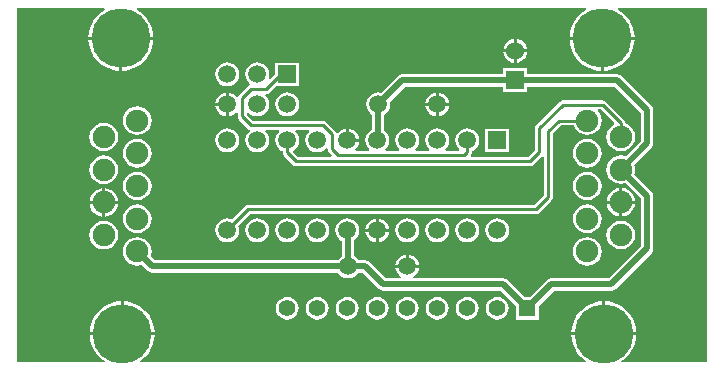
<source format=gbl>
G04 Layer_Physical_Order=2*
G04 Layer_Color=11436288*
%FSLAX24Y24*%
%MOIN*%
G70*
G01*
G75*
%ADD10C,0.0200*%
%ADD11C,0.0100*%
%ADD12R,0.0591X0.0591*%
%ADD13C,0.0591*%
%ADD14R,0.0550X0.0550*%
%ADD15C,0.0550*%
%ADD16C,0.0748*%
%ADD17C,0.1969*%
%ADD18C,0.0590*%
%ADD19C,0.0591*%
%ADD20R,0.0591X0.0591*%
%ADD21C,0.0600*%
%ADD22R,0.0600X0.0600*%
G36*
X36000Y15300D02*
X33150D01*
X33136Y15348D01*
X33190Y15381D01*
X33320Y15492D01*
X33431Y15622D01*
X33520Y15767D01*
X33586Y15925D01*
X33625Y16091D01*
X33635Y16211D01*
X31468D01*
X31477Y16091D01*
X31517Y15925D01*
X31582Y15767D01*
X31671Y15622D01*
X31782Y15492D01*
X31912Y15381D01*
X31966Y15348D01*
X31952Y15300D01*
X17099D01*
X17085Y15348D01*
X17139Y15381D01*
X17269Y15492D01*
X17380Y15622D01*
X17469Y15767D01*
X17534Y15925D01*
X17574Y16091D01*
X17584Y16211D01*
X15416D01*
X15426Y16091D01*
X15466Y15925D01*
X15531Y15767D01*
X15620Y15622D01*
X15731Y15492D01*
X15861Y15381D01*
X15915Y15348D01*
X15901Y15300D01*
X13000D01*
Y27100D01*
X15908D01*
X15922Y27050D01*
X15810Y26981D01*
X15680Y26870D01*
X15569Y26740D01*
X15480Y26595D01*
X15414Y26437D01*
X15375Y26271D01*
X15365Y26151D01*
X17532D01*
X17523Y26271D01*
X17483Y26437D01*
X17418Y26595D01*
X17329Y26740D01*
X17218Y26870D01*
X17088Y26981D01*
X16975Y27050D01*
X16990Y27100D01*
X31959D01*
X31973Y27050D01*
X31861Y26981D01*
X31731Y26870D01*
X31620Y26740D01*
X31531Y26595D01*
X31466Y26437D01*
X31426Y26271D01*
X31416Y26151D01*
X33584D01*
X33574Y26271D01*
X33534Y26437D01*
X33469Y26595D01*
X33380Y26740D01*
X33269Y26870D01*
X33139Y26981D01*
X33027Y27050D01*
X33041Y27100D01*
X36000D01*
Y15300D01*
D02*
G37*
%LPC*%
G36*
X28000Y20099D02*
X27897Y20085D01*
X27801Y20045D01*
X27718Y19982D01*
X27655Y19899D01*
X27615Y19803D01*
X27601Y19700D01*
X27615Y19597D01*
X27655Y19501D01*
X27718Y19418D01*
X27801Y19355D01*
X27897Y19315D01*
X28000Y19301D01*
X28103Y19315D01*
X28199Y19355D01*
X28282Y19418D01*
X28345Y19501D01*
X28385Y19597D01*
X28399Y19700D01*
X28385Y19803D01*
X28345Y19899D01*
X28282Y19982D01*
X28199Y20045D01*
X28103Y20085D01*
X28000Y20099D01*
D02*
G37*
G36*
X27000D02*
X26897Y20085D01*
X26801Y20045D01*
X26718Y19982D01*
X26655Y19899D01*
X26615Y19803D01*
X26601Y19700D01*
X26615Y19597D01*
X26655Y19501D01*
X26718Y19418D01*
X26801Y19355D01*
X26897Y19315D01*
X27000Y19301D01*
X27103Y19315D01*
X27199Y19355D01*
X27282Y19418D01*
X27345Y19501D01*
X27385Y19597D01*
X27399Y19700D01*
X27385Y19803D01*
X27345Y19899D01*
X27282Y19982D01*
X27199Y20045D01*
X27103Y20085D01*
X27000Y20099D01*
D02*
G37*
G36*
X24950Y19650D02*
X24608D01*
X24615Y19597D01*
X24655Y19501D01*
X24718Y19418D01*
X24801Y19355D01*
X24897Y19315D01*
X24950Y19308D01*
Y19650D01*
D02*
G37*
G36*
X29000Y20099D02*
X28897Y20085D01*
X28801Y20045D01*
X28718Y19982D01*
X28655Y19899D01*
X28615Y19803D01*
X28601Y19700D01*
X28615Y19597D01*
X28655Y19501D01*
X28718Y19418D01*
X28801Y19355D01*
X28897Y19315D01*
X29000Y19301D01*
X29103Y19315D01*
X29199Y19355D01*
X29282Y19418D01*
X29345Y19501D01*
X29385Y19597D01*
X29399Y19700D01*
X29385Y19803D01*
X29345Y19899D01*
X29282Y19982D01*
X29199Y20045D01*
X29103Y20085D01*
X29000Y20099D01*
D02*
G37*
G36*
X22000D02*
X21897Y20085D01*
X21801Y20045D01*
X21718Y19982D01*
X21655Y19899D01*
X21615Y19803D01*
X21601Y19700D01*
X21615Y19597D01*
X21655Y19501D01*
X21718Y19418D01*
X21801Y19355D01*
X21897Y19315D01*
X22000Y19301D01*
X22103Y19315D01*
X22199Y19355D01*
X22282Y19418D01*
X22345Y19501D01*
X22385Y19597D01*
X22399Y19700D01*
X22385Y19803D01*
X22345Y19899D01*
X22282Y19982D01*
X22199Y20045D01*
X22103Y20085D01*
X22000Y20099D01*
D02*
G37*
G36*
X21000D02*
X20897Y20085D01*
X20801Y20045D01*
X20718Y19982D01*
X20655Y19899D01*
X20615Y19803D01*
X20601Y19700D01*
X20615Y19597D01*
X20655Y19501D01*
X20718Y19418D01*
X20801Y19355D01*
X20897Y19315D01*
X21000Y19301D01*
X21103Y19315D01*
X21199Y19355D01*
X21282Y19418D01*
X21345Y19501D01*
X21385Y19597D01*
X21399Y19700D01*
X21385Y19803D01*
X21345Y19899D01*
X21282Y19982D01*
X21199Y20045D01*
X21103Y20085D01*
X21000Y20099D01*
D02*
G37*
G36*
X26000D02*
X25897Y20085D01*
X25801Y20045D01*
X25718Y19982D01*
X25655Y19899D01*
X25615Y19803D01*
X25601Y19700D01*
X25615Y19597D01*
X25655Y19501D01*
X25718Y19418D01*
X25801Y19355D01*
X25897Y19315D01*
X26000Y19301D01*
X26103Y19315D01*
X26199Y19355D01*
X26282Y19418D01*
X26345Y19501D01*
X26385Y19597D01*
X26399Y19700D01*
X26385Y19803D01*
X26345Y19899D01*
X26282Y19982D01*
X26199Y20045D01*
X26103Y20085D01*
X26000Y20099D01*
D02*
G37*
G36*
X23000D02*
X22897Y20085D01*
X22801Y20045D01*
X22718Y19982D01*
X22655Y19899D01*
X22615Y19803D01*
X22601Y19700D01*
X22615Y19597D01*
X22655Y19501D01*
X22718Y19418D01*
X22801Y19355D01*
X22897Y19315D01*
X23000Y19301D01*
X23103Y19315D01*
X23199Y19355D01*
X23282Y19418D01*
X23345Y19501D01*
X23385Y19597D01*
X23399Y19700D01*
X23385Y19803D01*
X23345Y19899D01*
X23282Y19982D01*
X23199Y20045D01*
X23103Y20085D01*
X23000Y20099D01*
D02*
G37*
G36*
X15832Y20584D02*
X15410D01*
X15420Y20510D01*
X15468Y20395D01*
X15544Y20296D01*
X15643Y20220D01*
X15758Y20172D01*
X15832Y20162D01*
Y20584D01*
D02*
G37*
G36*
X25050Y20092D02*
Y19750D01*
X25392D01*
X25385Y19803D01*
X25345Y19899D01*
X25282Y19982D01*
X25199Y20045D01*
X25103Y20085D01*
X25050Y20092D01*
D02*
G37*
G36*
X33068Y20588D02*
X32647D01*
X32656Y20514D01*
X32704Y20399D01*
X32780Y20300D01*
X32879Y20224D01*
X32994Y20176D01*
X33068Y20166D01*
Y20588D01*
D02*
G37*
G36*
X16353Y20584D02*
X15932D01*
Y20162D01*
X16006Y20172D01*
X16121Y20220D01*
X16220Y20296D01*
X16296Y20395D01*
X16344Y20510D01*
X16353Y20584D01*
D02*
G37*
G36*
X17000Y20569D02*
X16876Y20552D01*
X16761Y20505D01*
X16662Y20429D01*
X16586Y20330D01*
X16538Y20214D01*
X16522Y20091D01*
X16538Y19967D01*
X16586Y19851D01*
X16662Y19752D01*
X16761Y19676D01*
X16876Y19629D01*
X17000Y19612D01*
X17124Y19629D01*
X17239Y19676D01*
X17338Y19752D01*
X17414Y19851D01*
X17462Y19967D01*
X17478Y20091D01*
X17462Y20214D01*
X17414Y20330D01*
X17338Y20429D01*
X17239Y20505D01*
X17124Y20552D01*
X17000Y20569D01*
D02*
G37*
G36*
X25392Y19650D02*
X25050D01*
Y19308D01*
X25103Y19315D01*
X25199Y19355D01*
X25282Y19418D01*
X25345Y19501D01*
X25385Y19597D01*
X25392Y19650D01*
D02*
G37*
G36*
X24950Y20092D02*
X24897Y20085D01*
X24801Y20045D01*
X24718Y19982D01*
X24655Y19899D01*
X24615Y19803D01*
X24608Y19750D01*
X24950D01*
Y20092D01*
D02*
G37*
G36*
X32000Y20569D02*
X31876Y20552D01*
X31761Y20505D01*
X31662Y20429D01*
X31586Y20330D01*
X31538Y20214D01*
X31522Y20091D01*
X31538Y19967D01*
X31586Y19851D01*
X31662Y19752D01*
X31761Y19677D01*
X31876Y19629D01*
X32000Y19612D01*
X32124Y19629D01*
X32239Y19677D01*
X32338Y19752D01*
X32414Y19851D01*
X32462Y19967D01*
X32478Y20091D01*
X32462Y20214D01*
X32414Y20330D01*
X32338Y20429D01*
X32239Y20505D01*
X32124Y20552D01*
X32000Y20569D01*
D02*
G37*
G36*
X33118Y20025D02*
X32994Y20009D01*
X32879Y19961D01*
X32780Y19885D01*
X32704Y19786D01*
X32656Y19671D01*
X32640Y19547D01*
X32656Y19424D01*
X32704Y19308D01*
X32780Y19209D01*
X32879Y19133D01*
X32994Y19085D01*
X33118Y19069D01*
X33242Y19085D01*
X33357Y19133D01*
X33456Y19209D01*
X33532Y19308D01*
X33580Y19424D01*
X33596Y19547D01*
X33580Y19671D01*
X33532Y19786D01*
X33456Y19885D01*
X33357Y19961D01*
X33242Y20009D01*
X33118Y20025D01*
D02*
G37*
G36*
X23000Y17478D02*
X22902Y17465D01*
X22811Y17428D01*
X22733Y17367D01*
X22672Y17289D01*
X22635Y17198D01*
X22622Y17100D01*
X22635Y17002D01*
X22672Y16911D01*
X22733Y16833D01*
X22811Y16772D01*
X22902Y16735D01*
X23000Y16722D01*
X23098Y16735D01*
X23189Y16772D01*
X23267Y16833D01*
X23328Y16911D01*
X23365Y17002D01*
X23378Y17100D01*
X23365Y17198D01*
X23328Y17289D01*
X23267Y17367D01*
X23189Y17428D01*
X23098Y17465D01*
X23000Y17478D01*
D02*
G37*
G36*
X22000D02*
X21902Y17465D01*
X21811Y17428D01*
X21733Y17367D01*
X21672Y17289D01*
X21635Y17198D01*
X21622Y17100D01*
X21635Y17002D01*
X21672Y16911D01*
X21733Y16833D01*
X21811Y16772D01*
X21902Y16735D01*
X22000Y16722D01*
X22098Y16735D01*
X22189Y16772D01*
X22267Y16833D01*
X22328Y16911D01*
X22365Y17002D01*
X22378Y17100D01*
X22365Y17198D01*
X22328Y17289D01*
X22267Y17367D01*
X22189Y17428D01*
X22098Y17465D01*
X22000Y17478D01*
D02*
G37*
G36*
X25000D02*
X24902Y17465D01*
X24811Y17428D01*
X24733Y17367D01*
X24672Y17289D01*
X24635Y17198D01*
X24622Y17100D01*
X24635Y17002D01*
X24672Y16911D01*
X24733Y16833D01*
X24811Y16772D01*
X24902Y16735D01*
X25000Y16722D01*
X25098Y16735D01*
X25189Y16772D01*
X25267Y16833D01*
X25328Y16911D01*
X25365Y17002D01*
X25378Y17100D01*
X25365Y17198D01*
X25328Y17289D01*
X25267Y17367D01*
X25189Y17428D01*
X25098Y17465D01*
X25000Y17478D01*
D02*
G37*
G36*
X24000D02*
X23902Y17465D01*
X23811Y17428D01*
X23733Y17367D01*
X23672Y17289D01*
X23635Y17198D01*
X23622Y17100D01*
X23635Y17002D01*
X23672Y16911D01*
X23733Y16833D01*
X23811Y16772D01*
X23902Y16735D01*
X24000Y16722D01*
X24098Y16735D01*
X24189Y16772D01*
X24267Y16833D01*
X24328Y16911D01*
X24365Y17002D01*
X24378Y17100D01*
X24365Y17198D01*
X24328Y17289D01*
X24267Y17367D01*
X24189Y17428D01*
X24098Y17465D01*
X24000Y17478D01*
D02*
G37*
G36*
X16550Y17345D02*
Y16311D01*
X17584D01*
X17574Y16431D01*
X17534Y16597D01*
X17469Y16755D01*
X17380Y16900D01*
X17269Y17030D01*
X17139Y17141D01*
X16994Y17230D01*
X16836Y17295D01*
X16670Y17335D01*
X16550Y17345D01*
D02*
G37*
G36*
X16450D02*
X16330Y17335D01*
X16164Y17295D01*
X16006Y17230D01*
X15861Y17141D01*
X15731Y17030D01*
X15620Y16900D01*
X15531Y16755D01*
X15466Y16597D01*
X15426Y16431D01*
X15416Y16311D01*
X16450D01*
Y17345D01*
D02*
G37*
G36*
X32601Y17345D02*
Y16311D01*
X33635D01*
X33625Y16431D01*
X33586Y16597D01*
X33520Y16755D01*
X33431Y16900D01*
X33320Y17030D01*
X33190Y17141D01*
X33045Y17230D01*
X32887Y17295D01*
X32721Y17335D01*
X32601Y17345D01*
D02*
G37*
G36*
X32501D02*
X32381Y17335D01*
X32215Y17295D01*
X32057Y17230D01*
X31912Y17141D01*
X31782Y17030D01*
X31671Y16900D01*
X31582Y16755D01*
X31517Y16597D01*
X31477Y16431D01*
X31468Y16311D01*
X32501D01*
Y17345D01*
D02*
G37*
G36*
X25950Y18892D02*
X25897Y18885D01*
X25801Y18845D01*
X25718Y18782D01*
X25655Y18699D01*
X25615Y18603D01*
X25608Y18550D01*
X25950D01*
Y18892D01*
D02*
G37*
G36*
X32000Y19478D02*
X31876Y19462D01*
X31761Y19414D01*
X31662Y19338D01*
X31586Y19239D01*
X31538Y19124D01*
X31522Y19000D01*
X31538Y18876D01*
X31586Y18761D01*
X31662Y18662D01*
X31761Y18586D01*
X31876Y18538D01*
X32000Y18522D01*
X32124Y18538D01*
X32239Y18586D01*
X32338Y18662D01*
X32414Y18761D01*
X32462Y18876D01*
X32478Y19000D01*
X32462Y19124D01*
X32414Y19239D01*
X32338Y19338D01*
X32239Y19414D01*
X32124Y19462D01*
X32000Y19478D01*
D02*
G37*
G36*
X15882Y20021D02*
X15758Y20005D01*
X15643Y19957D01*
X15544Y19881D01*
X15468Y19782D01*
X15420Y19667D01*
X15404Y19543D01*
X15420Y19420D01*
X15468Y19304D01*
X15544Y19205D01*
X15643Y19129D01*
X15758Y19081D01*
X15882Y19065D01*
X16006Y19081D01*
X16121Y19129D01*
X16220Y19205D01*
X16296Y19304D01*
X16344Y19420D01*
X16360Y19543D01*
X16344Y19667D01*
X16296Y19782D01*
X16220Y19881D01*
X16121Y19957D01*
X16006Y20005D01*
X15882Y20021D01*
D02*
G37*
G36*
X26050Y18892D02*
Y18550D01*
X26392D01*
X26385Y18603D01*
X26345Y18699D01*
X26282Y18782D01*
X26199Y18845D01*
X26103Y18885D01*
X26050Y18892D01*
D02*
G37*
G36*
X27000Y17478D02*
X26902Y17465D01*
X26811Y17428D01*
X26733Y17367D01*
X26672Y17289D01*
X26635Y17198D01*
X26622Y17100D01*
X26635Y17002D01*
X26672Y16911D01*
X26733Y16833D01*
X26811Y16772D01*
X26902Y16735D01*
X27000Y16722D01*
X27098Y16735D01*
X27189Y16772D01*
X27267Y16833D01*
X27328Y16911D01*
X27365Y17002D01*
X27378Y17100D01*
X27365Y17198D01*
X27328Y17289D01*
X27267Y17367D01*
X27189Y17428D01*
X27098Y17465D01*
X27000Y17478D01*
D02*
G37*
G36*
X26000D02*
X25902Y17465D01*
X25811Y17428D01*
X25733Y17367D01*
X25672Y17289D01*
X25635Y17198D01*
X25622Y17100D01*
X25635Y17002D01*
X25672Y16911D01*
X25733Y16833D01*
X25811Y16772D01*
X25902Y16735D01*
X26000Y16722D01*
X26098Y16735D01*
X26189Y16772D01*
X26267Y16833D01*
X26328Y16911D01*
X26365Y17002D01*
X26378Y17100D01*
X26365Y17198D01*
X26328Y17289D01*
X26267Y17367D01*
X26189Y17428D01*
X26098Y17465D01*
X26000Y17478D01*
D02*
G37*
G36*
X29000D02*
X28902Y17465D01*
X28811Y17428D01*
X28733Y17367D01*
X28672Y17289D01*
X28635Y17198D01*
X28622Y17100D01*
X28635Y17002D01*
X28672Y16911D01*
X28733Y16833D01*
X28811Y16772D01*
X28902Y16735D01*
X29000Y16722D01*
X29098Y16735D01*
X29189Y16772D01*
X29267Y16833D01*
X29328Y16911D01*
X29365Y17002D01*
X29378Y17100D01*
X29365Y17198D01*
X29328Y17289D01*
X29267Y17367D01*
X29189Y17428D01*
X29098Y17465D01*
X29000Y17478D01*
D02*
G37*
G36*
X28000D02*
X27902Y17465D01*
X27811Y17428D01*
X27733Y17367D01*
X27672Y17289D01*
X27635Y17198D01*
X27622Y17100D01*
X27635Y17002D01*
X27672Y16911D01*
X27733Y16833D01*
X27811Y16772D01*
X27902Y16735D01*
X28000Y16722D01*
X28098Y16735D01*
X28189Y16772D01*
X28267Y16833D01*
X28328Y16911D01*
X28365Y17002D01*
X28378Y17100D01*
X28365Y17198D01*
X28328Y17289D01*
X28267Y17367D01*
X28189Y17428D01*
X28098Y17465D01*
X28000Y17478D01*
D02*
G37*
G36*
X26950Y24292D02*
X26897Y24285D01*
X26801Y24245D01*
X26718Y24182D01*
X26655Y24099D01*
X26615Y24003D01*
X26608Y23950D01*
X26950D01*
Y24292D01*
D02*
G37*
G36*
X19950Y24292D02*
X19897Y24285D01*
X19801Y24245D01*
X19718Y24182D01*
X19655Y24099D01*
X19615Y24003D01*
X19608Y23950D01*
X19950D01*
Y24292D01*
D02*
G37*
G36*
X20000Y25299D02*
X19897Y25285D01*
X19801Y25245D01*
X19718Y25182D01*
X19655Y25099D01*
X19615Y25003D01*
X19601Y24900D01*
X19615Y24797D01*
X19655Y24701D01*
X19718Y24618D01*
X19801Y24555D01*
X19897Y24515D01*
X20000Y24501D01*
X20103Y24515D01*
X20199Y24555D01*
X20282Y24618D01*
X20345Y24701D01*
X20385Y24797D01*
X20399Y24900D01*
X20385Y25003D01*
X20345Y25099D01*
X20282Y25182D01*
X20199Y25245D01*
X20103Y25285D01*
X20000Y25299D01*
D02*
G37*
G36*
X27050Y24292D02*
Y23950D01*
X27392D01*
X27385Y24003D01*
X27345Y24099D01*
X27282Y24182D01*
X27199Y24245D01*
X27103Y24285D01*
X27050Y24292D01*
D02*
G37*
G36*
X19950Y23850D02*
X19608D01*
X19615Y23797D01*
X19655Y23701D01*
X19718Y23618D01*
X19801Y23555D01*
X19897Y23515D01*
X19950Y23508D01*
Y23850D01*
D02*
G37*
G36*
X22000Y24299D02*
X21897Y24285D01*
X21801Y24245D01*
X21718Y24182D01*
X21655Y24099D01*
X21615Y24003D01*
X21601Y23900D01*
X21615Y23797D01*
X21655Y23701D01*
X21718Y23618D01*
X21801Y23555D01*
X21897Y23515D01*
X22000Y23501D01*
X22103Y23515D01*
X22199Y23555D01*
X22282Y23618D01*
X22345Y23701D01*
X22385Y23797D01*
X22399Y23900D01*
X22385Y24003D01*
X22345Y24099D01*
X22282Y24182D01*
X22199Y24245D01*
X22103Y24285D01*
X22000Y24299D01*
D02*
G37*
G36*
X27392Y23850D02*
X27050D01*
Y23508D01*
X27103Y23515D01*
X27199Y23555D01*
X27282Y23618D01*
X27345Y23701D01*
X27385Y23797D01*
X27392Y23850D01*
D02*
G37*
G36*
X26950D02*
X26608D01*
X26615Y23797D01*
X26655Y23701D01*
X26718Y23618D01*
X26801Y23555D01*
X26897Y23515D01*
X26950Y23508D01*
Y23850D01*
D02*
G37*
G36*
X29997Y25634D02*
X29650D01*
Y25287D01*
X29704Y25295D01*
X29802Y25335D01*
X29885Y25399D01*
X29949Y25483D01*
X29990Y25580D01*
X29997Y25634D01*
D02*
G37*
G36*
X29550D02*
X29203D01*
X29210Y25580D01*
X29251Y25483D01*
X29315Y25399D01*
X29398Y25335D01*
X29496Y25295D01*
X29550Y25287D01*
Y25634D01*
D02*
G37*
G36*
X29650Y26081D02*
Y25734D01*
X29997D01*
X29990Y25789D01*
X29949Y25886D01*
X29885Y25970D01*
X29802Y26034D01*
X29704Y26074D01*
X29650Y26081D01*
D02*
G37*
G36*
X29550D02*
X29496Y26074D01*
X29398Y26034D01*
X29315Y25970D01*
X29251Y25886D01*
X29210Y25789D01*
X29203Y25734D01*
X29550D01*
Y26081D01*
D02*
G37*
G36*
X17532Y26051D02*
X16499D01*
Y25017D01*
X16619Y25027D01*
X16785Y25067D01*
X16943Y25132D01*
X17088Y25221D01*
X17218Y25332D01*
X17329Y25462D01*
X17418Y25607D01*
X17483Y25765D01*
X17523Y25931D01*
X17532Y26051D01*
D02*
G37*
G36*
X16399D02*
X15365D01*
X15375Y25931D01*
X15414Y25765D01*
X15480Y25607D01*
X15569Y25462D01*
X15680Y25332D01*
X15810Y25221D01*
X15955Y25132D01*
X16113Y25067D01*
X16279Y25027D01*
X16399Y25017D01*
Y26051D01*
D02*
G37*
G36*
X33584Y26051D02*
X32550D01*
Y25017D01*
X32670Y25027D01*
X32836Y25067D01*
X32994Y25132D01*
X33139Y25221D01*
X33269Y25332D01*
X33380Y25462D01*
X33469Y25607D01*
X33534Y25765D01*
X33574Y25931D01*
X33584Y26051D01*
D02*
G37*
G36*
X32450D02*
X31416D01*
X31426Y25931D01*
X31466Y25765D01*
X31531Y25607D01*
X31620Y25462D01*
X31731Y25332D01*
X31861Y25221D01*
X32006Y25132D01*
X32164Y25067D01*
X32330Y25027D01*
X32450Y25017D01*
Y26051D01*
D02*
G37*
G36*
X17000Y23840D02*
X16876Y23824D01*
X16761Y23776D01*
X16662Y23700D01*
X16586Y23601D01*
X16538Y23486D01*
X16522Y23362D01*
X16538Y23238D01*
X16586Y23123D01*
X16662Y23024D01*
X16761Y22948D01*
X16876Y22900D01*
X17000Y22884D01*
X17124Y22900D01*
X17239Y22948D01*
X17338Y23024D01*
X17414Y23123D01*
X17462Y23238D01*
X17478Y23362D01*
X17462Y23486D01*
X17414Y23601D01*
X17338Y23700D01*
X17239Y23776D01*
X17124Y23824D01*
X17000Y23840D01*
D02*
G37*
G36*
Y21659D02*
X16876Y21643D01*
X16761Y21595D01*
X16662Y21519D01*
X16586Y21420D01*
X16538Y21305D01*
X16522Y21181D01*
X16538Y21057D01*
X16586Y20942D01*
X16662Y20843D01*
X16761Y20767D01*
X16876Y20719D01*
X17000Y20703D01*
X17124Y20719D01*
X17239Y20767D01*
X17338Y20843D01*
X17414Y20942D01*
X17462Y21057D01*
X17478Y21181D01*
X17462Y21305D01*
X17414Y21420D01*
X17338Y21519D01*
X17239Y21595D01*
X17124Y21643D01*
X17000Y21659D01*
D02*
G37*
G36*
X33168Y21109D02*
Y20688D01*
X33590D01*
X33580Y20762D01*
X33532Y20877D01*
X33456Y20976D01*
X33357Y21052D01*
X33242Y21100D01*
X33168Y21109D01*
D02*
G37*
G36*
X15882Y22203D02*
X15758Y22186D01*
X15643Y22138D01*
X15544Y22062D01*
X15468Y21963D01*
X15420Y21848D01*
X15404Y21724D01*
X15420Y21601D01*
X15468Y21485D01*
X15544Y21386D01*
X15643Y21310D01*
X15758Y21263D01*
X15882Y21246D01*
X16006Y21263D01*
X16121Y21310D01*
X16220Y21386D01*
X16296Y21485D01*
X16344Y21601D01*
X16360Y21724D01*
X16344Y21848D01*
X16296Y21963D01*
X16220Y22062D01*
X16121Y22138D01*
X16006Y22186D01*
X15882Y22203D01*
D02*
G37*
G36*
X32000Y21659D02*
X31876Y21643D01*
X31761Y21595D01*
X31662Y21519D01*
X31586Y21420D01*
X31538Y21305D01*
X31522Y21181D01*
X31538Y21057D01*
X31586Y20942D01*
X31662Y20843D01*
X31761Y20767D01*
X31876Y20719D01*
X32000Y20703D01*
X32124Y20719D01*
X32239Y20767D01*
X32338Y20843D01*
X32414Y20942D01*
X32462Y21057D01*
X32478Y21181D01*
X32462Y21305D01*
X32414Y21420D01*
X32338Y21519D01*
X32239Y21595D01*
X32124Y21643D01*
X32000Y21659D01*
D02*
G37*
G36*
X15832Y21105D02*
X15758Y21096D01*
X15643Y21048D01*
X15544Y20972D01*
X15468Y20873D01*
X15420Y20758D01*
X15410Y20684D01*
X15832D01*
Y21105D01*
D02*
G37*
G36*
X33590Y20588D02*
X33168D01*
Y20166D01*
X33242Y20176D01*
X33357Y20224D01*
X33456Y20300D01*
X33532Y20399D01*
X33580Y20514D01*
X33590Y20588D01*
D02*
G37*
G36*
X33068Y21109D02*
X32994Y21100D01*
X32879Y21052D01*
X32780Y20976D01*
X32704Y20877D01*
X32656Y20762D01*
X32647Y20688D01*
X33068D01*
Y21109D01*
D02*
G37*
G36*
X15932Y21105D02*
Y20684D01*
X16353D01*
X16344Y20758D01*
X16296Y20873D01*
X16220Y20972D01*
X16121Y21048D01*
X16006Y21096D01*
X15932Y21105D01*
D02*
G37*
G36*
X29395Y23095D02*
X28605D01*
Y22305D01*
X29395D01*
Y23095D01*
D02*
G37*
G36*
X20000Y23099D02*
X19897Y23085D01*
X19801Y23045D01*
X19718Y22982D01*
X19655Y22899D01*
X19615Y22803D01*
X19601Y22700D01*
X19615Y22597D01*
X19655Y22501D01*
X19718Y22418D01*
X19801Y22355D01*
X19897Y22315D01*
X20000Y22301D01*
X20103Y22315D01*
X20199Y22355D01*
X20282Y22418D01*
X20345Y22501D01*
X20385Y22597D01*
X20399Y22700D01*
X20385Y22803D01*
X20345Y22899D01*
X20282Y22982D01*
X20199Y23045D01*
X20103Y23085D01*
X20000Y23099D01*
D02*
G37*
G36*
X24050Y23092D02*
Y22750D01*
X24392D01*
X24385Y22803D01*
X24345Y22899D01*
X24282Y22982D01*
X24199Y23045D01*
X24103Y23085D01*
X24050Y23092D01*
D02*
G37*
G36*
X15882Y23293D02*
X15758Y23277D01*
X15643Y23229D01*
X15544Y23153D01*
X15468Y23054D01*
X15420Y22939D01*
X15404Y22815D01*
X15420Y22691D01*
X15468Y22576D01*
X15544Y22477D01*
X15643Y22401D01*
X15758Y22353D01*
X15882Y22337D01*
X16006Y22353D01*
X16121Y22401D01*
X16220Y22477D01*
X16296Y22576D01*
X16344Y22691D01*
X16360Y22815D01*
X16344Y22939D01*
X16296Y23054D01*
X16220Y23153D01*
X16121Y23229D01*
X16006Y23277D01*
X15882Y23293D01*
D02*
G37*
G36*
X32000Y22750D02*
X31876Y22733D01*
X31761Y22686D01*
X31662Y22610D01*
X31586Y22511D01*
X31538Y22395D01*
X31522Y22272D01*
X31538Y22148D01*
X31586Y22033D01*
X31662Y21934D01*
X31761Y21858D01*
X31876Y21810D01*
X32000Y21794D01*
X32124Y21810D01*
X32239Y21858D01*
X32338Y21934D01*
X32414Y22033D01*
X32462Y22148D01*
X32478Y22272D01*
X32462Y22395D01*
X32414Y22511D01*
X32338Y22610D01*
X32239Y22686D01*
X32124Y22733D01*
X32000Y22750D01*
D02*
G37*
G36*
X17000Y22750D02*
X16876Y22733D01*
X16761Y22686D01*
X16662Y22610D01*
X16586Y22511D01*
X16538Y22395D01*
X16522Y22272D01*
X16538Y22148D01*
X16586Y22033D01*
X16662Y21934D01*
X16761Y21858D01*
X16876Y21810D01*
X17000Y21794D01*
X17124Y21810D01*
X17239Y21858D01*
X17338Y21934D01*
X17414Y22033D01*
X17462Y22148D01*
X17478Y22272D01*
X17462Y22395D01*
X17414Y22511D01*
X17338Y22610D01*
X17239Y22686D01*
X17124Y22733D01*
X17000Y22750D01*
D02*
G37*
G36*
X21000Y25299D02*
X20897Y25285D01*
X20801Y25245D01*
X20718Y25182D01*
X20655Y25099D01*
X20615Y25003D01*
X20601Y24900D01*
X20615Y24797D01*
X20655Y24701D01*
X20718Y24618D01*
X20750Y24594D01*
X20742Y24542D01*
X20739Y24539D01*
X20692Y24508D01*
X20392Y24208D01*
X20361Y24161D01*
X20358Y24158D01*
X20306Y24150D01*
X20282Y24182D01*
X20199Y24245D01*
X20103Y24285D01*
X20050Y24292D01*
Y23900D01*
Y23508D01*
X20103Y23515D01*
X20199Y23555D01*
X20282Y23618D01*
X20297Y23638D01*
X20347Y23621D01*
Y23500D01*
X20359Y23441D01*
X20392Y23392D01*
X20692Y23092D01*
X20739Y23061D01*
X20742Y23058D01*
X20750Y23006D01*
X20718Y22982D01*
X20655Y22899D01*
X20615Y22803D01*
X20601Y22700D01*
X20615Y22597D01*
X20655Y22501D01*
X20718Y22418D01*
X20801Y22355D01*
X20897Y22315D01*
X21000Y22301D01*
X21103Y22315D01*
X21199Y22355D01*
X21282Y22418D01*
X21345Y22501D01*
X21385Y22597D01*
X21399Y22700D01*
X21385Y22803D01*
X21345Y22899D01*
X21282Y22982D01*
X21262Y22997D01*
X21279Y23047D01*
X21721D01*
X21738Y22997D01*
X21718Y22982D01*
X21655Y22899D01*
X21615Y22803D01*
X21601Y22700D01*
X21615Y22597D01*
X21655Y22501D01*
X21718Y22418D01*
X21801Y22355D01*
X21847Y22336D01*
Y22300D01*
X21859Y22241D01*
X21892Y22192D01*
X22192Y21892D01*
X22241Y21859D01*
X22300Y21847D01*
X30100D01*
X30159Y21859D01*
X30208Y21892D01*
X30497Y22181D01*
X30541Y22167D01*
X30547Y22162D01*
Y20863D01*
X30237Y20553D01*
X20700D01*
X20651Y20543D01*
X20641Y20541D01*
X20592Y20508D01*
X20150Y20066D01*
X20103Y20085D01*
X20000Y20099D01*
X19897Y20085D01*
X19801Y20045D01*
X19718Y19982D01*
X19655Y19899D01*
X19615Y19803D01*
X19601Y19700D01*
X19615Y19597D01*
X19655Y19501D01*
X19718Y19418D01*
X19801Y19355D01*
X19897Y19315D01*
X20000Y19301D01*
X20103Y19315D01*
X20199Y19355D01*
X20282Y19418D01*
X20345Y19501D01*
X20385Y19597D01*
X20399Y19700D01*
X20385Y19803D01*
X20366Y19850D01*
X20763Y20247D01*
X30300D01*
X30359Y20259D01*
X30408Y20292D01*
X30808Y20692D01*
X30841Y20741D01*
X30843Y20751D01*
X30853Y20800D01*
Y22937D01*
X31126Y23209D01*
X31550D01*
X31586Y23123D01*
X31662Y23024D01*
X31761Y22948D01*
X31876Y22900D01*
X32000Y22884D01*
X32124Y22900D01*
X32239Y22948D01*
X32338Y23024D01*
X32414Y23123D01*
X32462Y23238D01*
X32478Y23362D01*
X32462Y23486D01*
X32414Y23601D01*
X32351Y23683D01*
X32373Y23733D01*
X32450D01*
X32898Y23286D01*
X32888Y23237D01*
X32879Y23233D01*
X32780Y23157D01*
X32704Y23058D01*
X32656Y22943D01*
X32640Y22819D01*
X32656Y22695D01*
X32704Y22580D01*
X32780Y22481D01*
X32879Y22405D01*
X32994Y22357D01*
X33118Y22341D01*
X33242Y22357D01*
X33357Y22405D01*
X33456Y22481D01*
X33532Y22580D01*
X33580Y22695D01*
X33596Y22819D01*
X33580Y22943D01*
X33532Y23058D01*
X33456Y23157D01*
X33357Y23233D01*
X33271Y23269D01*
Y23282D01*
X33259Y23340D01*
X33226Y23390D01*
X32622Y23994D01*
X32572Y24028D01*
X32514Y24039D01*
X31186D01*
X31137Y24029D01*
X31128Y24028D01*
X31078Y23994D01*
X30292Y23208D01*
X30259Y23159D01*
X30247Y23100D01*
Y22363D01*
X30037Y22153D01*
X28133D01*
X28116Y22203D01*
X28141Y22241D01*
X28143Y22251D01*
X28153Y22300D01*
Y22336D01*
X28199Y22355D01*
X28282Y22418D01*
X28345Y22501D01*
X28385Y22597D01*
X28399Y22700D01*
X28385Y22803D01*
X28345Y22899D01*
X28282Y22982D01*
X28199Y23045D01*
X28103Y23085D01*
X28000Y23099D01*
X27897Y23085D01*
X27801Y23045D01*
X27718Y22982D01*
X27655Y22899D01*
X27615Y22803D01*
X27601Y22700D01*
X27615Y22597D01*
X27655Y22501D01*
X27718Y22418D01*
X27738Y22403D01*
X27721Y22353D01*
X27279D01*
X27262Y22403D01*
X27282Y22418D01*
X27345Y22501D01*
X27385Y22597D01*
X27399Y22700D01*
X27385Y22803D01*
X27345Y22899D01*
X27282Y22982D01*
X27199Y23045D01*
X27103Y23085D01*
X27000Y23099D01*
X26897Y23085D01*
X26801Y23045D01*
X26718Y22982D01*
X26655Y22899D01*
X26615Y22803D01*
X26601Y22700D01*
X26615Y22597D01*
X26655Y22501D01*
X26718Y22418D01*
X26738Y22403D01*
X26721Y22353D01*
X26279D01*
X26262Y22403D01*
X26282Y22418D01*
X26345Y22501D01*
X26385Y22597D01*
X26399Y22700D01*
X26385Y22803D01*
X26345Y22899D01*
X26282Y22982D01*
X26199Y23045D01*
X26103Y23085D01*
X26000Y23099D01*
X25897Y23085D01*
X25801Y23045D01*
X25718Y22982D01*
X25655Y22899D01*
X25615Y22803D01*
X25601Y22700D01*
X25615Y22597D01*
X25655Y22501D01*
X25718Y22418D01*
X25738Y22403D01*
X25721Y22353D01*
X25279D01*
X25262Y22403D01*
X25282Y22418D01*
X25345Y22501D01*
X25385Y22597D01*
X25399Y22700D01*
X25385Y22803D01*
X25345Y22899D01*
X25282Y22982D01*
X25235Y23018D01*
Y23559D01*
X25313Y23618D01*
X25377Y23701D01*
X25416Y23797D01*
X25430Y23900D01*
X25417Y23997D01*
X25916Y24496D01*
X29200D01*
Y24300D01*
X30000D01*
Y24496D01*
X32916D01*
X33796Y23616D01*
Y22695D01*
X33277Y22176D01*
X33242Y22190D01*
X33118Y22206D01*
X32994Y22190D01*
X32879Y22142D01*
X32780Y22066D01*
X32704Y21967D01*
X32656Y21852D01*
X32640Y21728D01*
X32656Y21605D01*
X32704Y21489D01*
X32780Y21390D01*
X32879Y21314D01*
X32994Y21267D01*
X33118Y21250D01*
X33242Y21267D01*
X33277Y21281D01*
X33796Y20762D01*
Y19184D01*
X32716Y18104D01*
X30800D01*
X30722Y18088D01*
X30656Y18044D01*
X30087Y17475D01*
X29913D01*
X29344Y18044D01*
X29278Y18088D01*
X29200Y18104D01*
X26207D01*
X26197Y18154D01*
X26199Y18155D01*
X26282Y18218D01*
X26345Y18301D01*
X26385Y18397D01*
X26392Y18450D01*
X25608D01*
X25615Y18397D01*
X25655Y18301D01*
X25718Y18218D01*
X25801Y18155D01*
X25803Y18154D01*
X25793Y18104D01*
X25284D01*
X24744Y18644D01*
X24678Y18688D01*
X24600Y18704D01*
X24373D01*
X24313Y18782D01*
X24235Y18841D01*
Y19382D01*
X24282Y19418D01*
X24345Y19501D01*
X24385Y19597D01*
X24399Y19700D01*
X24385Y19803D01*
X24345Y19899D01*
X24282Y19982D01*
X24199Y20045D01*
X24103Y20085D01*
X24000Y20099D01*
X23897Y20085D01*
X23801Y20045D01*
X23718Y19982D01*
X23655Y19899D01*
X23615Y19803D01*
X23601Y19700D01*
X23615Y19597D01*
X23655Y19501D01*
X23718Y19418D01*
X23801Y19355D01*
X23828Y19344D01*
Y18841D01*
X23750Y18782D01*
X23690Y18704D01*
X17584D01*
X17447Y18841D01*
X17462Y18876D01*
X17478Y19000D01*
X17462Y19124D01*
X17414Y19239D01*
X17338Y19338D01*
X17239Y19414D01*
X17124Y19462D01*
X17000Y19478D01*
X16876Y19462D01*
X16761Y19414D01*
X16662Y19338D01*
X16586Y19239D01*
X16538Y19124D01*
X16522Y19000D01*
X16538Y18876D01*
X16586Y18761D01*
X16662Y18662D01*
X16761Y18586D01*
X16876Y18538D01*
X17000Y18522D01*
X17124Y18538D01*
X17159Y18553D01*
X17356Y18356D01*
X17422Y18312D01*
X17500Y18296D01*
X23690D01*
X23750Y18218D01*
X23832Y18155D01*
X23928Y18115D01*
X24032Y18102D01*
X24135Y18115D01*
X24231Y18155D01*
X24313Y18218D01*
X24373Y18296D01*
X24516D01*
X25056Y17756D01*
X25122Y17712D01*
X25200Y17696D01*
X29116D01*
X29625Y17187D01*
Y16725D01*
X30375D01*
Y17187D01*
X30884Y17696D01*
X32800D01*
X32878Y17712D01*
X32944Y17756D01*
X34144Y18956D01*
X34188Y19022D01*
X34204Y19100D01*
Y20846D01*
X34188Y20924D01*
X34144Y20991D01*
X33565Y21569D01*
X33580Y21605D01*
X33596Y21728D01*
X33580Y21852D01*
X33565Y21887D01*
X34144Y22466D01*
X34188Y22532D01*
X34204Y22610D01*
Y23700D01*
X34204Y23700D01*
X34188Y23778D01*
X34144Y23844D01*
X34144Y23844D01*
X33144Y24844D01*
X33078Y24888D01*
X33000Y24904D01*
X30000D01*
Y25100D01*
X29200D01*
Y24904D01*
X25831D01*
X25753Y24888D01*
X25687Y24844D01*
X25129Y24286D01*
X25031Y24298D01*
X24928Y24285D01*
X24832Y24245D01*
X24750Y24182D01*
X24686Y24099D01*
X24647Y24003D01*
X24633Y23900D01*
X24647Y23797D01*
X24686Y23701D01*
X24750Y23618D01*
X24828Y23559D01*
Y23056D01*
X24801Y23045D01*
X24718Y22982D01*
X24655Y22899D01*
X24615Y22803D01*
X24601Y22700D01*
X24615Y22597D01*
X24655Y22501D01*
X24718Y22418D01*
X24738Y22403D01*
X24721Y22353D01*
X24279D01*
X24262Y22403D01*
X24282Y22418D01*
X24345Y22501D01*
X24385Y22597D01*
X24392Y22650D01*
X24000D01*
Y22700D01*
X23950D01*
Y23092D01*
X23897Y23085D01*
X23801Y23045D01*
X23718Y22982D01*
X23694Y22950D01*
X23642Y22958D01*
X23639Y22961D01*
X23608Y23008D01*
X23308Y23308D01*
X23259Y23341D01*
X23200Y23353D01*
X20863D01*
X20653Y23563D01*
Y23621D01*
X20703Y23638D01*
X20718Y23618D01*
X20801Y23555D01*
X20897Y23515D01*
X21000Y23501D01*
X21103Y23515D01*
X21199Y23555D01*
X21282Y23618D01*
X21345Y23701D01*
X21385Y23797D01*
X21399Y23900D01*
X21385Y24003D01*
X21345Y24099D01*
X21282Y24182D01*
X21262Y24197D01*
X21279Y24247D01*
X21300D01*
X21359Y24259D01*
X21408Y24292D01*
X21621Y24505D01*
X22395D01*
Y25295D01*
X21605D01*
Y24921D01*
X21410Y24726D01*
X21368Y24755D01*
X21385Y24797D01*
X21399Y24900D01*
X21385Y25003D01*
X21345Y25099D01*
X21282Y25182D01*
X21199Y25245D01*
X21103Y25285D01*
X21000Y25299D01*
D02*
G37*
%LPD*%
G36*
X22738Y22997D02*
X22718Y22982D01*
X22655Y22899D01*
X22615Y22803D01*
X22601Y22700D01*
X22615Y22597D01*
X22655Y22501D01*
X22718Y22418D01*
X22801Y22355D01*
X22897Y22315D01*
X23000Y22301D01*
X23103Y22315D01*
X23199Y22355D01*
X23282Y22418D01*
X23297Y22438D01*
X23347Y22421D01*
Y22400D01*
X23359Y22341D01*
X23392Y22292D01*
X23485Y22199D01*
X23465Y22153D01*
X22363D01*
X22207Y22309D01*
X22218Y22369D01*
X22282Y22418D01*
X22345Y22501D01*
X22385Y22597D01*
X22399Y22700D01*
X22385Y22803D01*
X22345Y22899D01*
X22282Y22982D01*
X22262Y22997D01*
X22279Y23047D01*
X22721D01*
X22738Y22997D01*
D02*
G37*
D10*
X22000Y23900D02*
X22000Y23900D01*
X25031Y22731D02*
Y23900D01*
X25000Y22700D02*
X25031Y22731D01*
X24032Y18500D02*
Y19669D01*
X24000Y19700D02*
X24032Y19669D01*
X17500Y18500D02*
X24032D01*
X17000Y19000D02*
X17500Y18500D01*
X24032D02*
X24600D01*
X25200Y17900D01*
X29200D01*
X30000Y17100D01*
X30800Y17900D01*
X32800D01*
X34000Y19100D01*
Y20846D01*
X33118Y21728D02*
X34000Y20846D01*
X33118Y21728D02*
X34000Y22610D01*
Y23700D01*
X33000Y24700D02*
X34000Y23700D01*
X25831Y24700D02*
X33000D01*
X25031Y23900D02*
X25831Y24700D01*
D11*
X23200Y23200D02*
X23500Y22900D01*
X20800Y23200D02*
X23200D01*
X20500Y23500D02*
X20800Y23200D01*
X20500Y23500D02*
Y24100D01*
X20800Y24400D01*
X21300D01*
X21800Y24900D01*
X22000D01*
X28000Y22300D02*
Y22700D01*
X27900Y22200D02*
X28000Y22300D01*
X23700Y22200D02*
X27900D01*
X23500Y22400D02*
X23700Y22200D01*
X23500Y22400D02*
Y22900D01*
X20000Y19700D02*
X20700Y20400D01*
X30300D01*
X30700Y20800D01*
Y23000D01*
X31062Y23362D01*
X32000D01*
X33118Y22819D02*
Y23282D01*
X32514Y23886D02*
X33118Y23282D01*
X22000Y22300D02*
Y22700D01*
X30400Y23100D02*
X31186Y23886D01*
X32514D01*
X30400Y22300D02*
Y23100D01*
X30100Y22000D02*
X30400Y22300D01*
X22000D02*
X22300Y22000D01*
X30100D01*
D12*
X29000Y22700D02*
D03*
D13*
X28000D02*
D03*
X27000D02*
D03*
X26000D02*
D03*
X25000D02*
D03*
X24000D02*
D03*
X23000D02*
D03*
X22000D02*
D03*
X21000D02*
D03*
X20000D02*
D03*
X29000Y19700D02*
D03*
X28000D02*
D03*
X27000D02*
D03*
X26000D02*
D03*
X25000D02*
D03*
X24000D02*
D03*
X23000D02*
D03*
X22000D02*
D03*
X21000D02*
D03*
X20000D02*
D03*
D14*
X30000Y17100D02*
D03*
D15*
X29000D02*
D03*
X28000D02*
D03*
X27000D02*
D03*
X26000D02*
D03*
X25000D02*
D03*
X24000D02*
D03*
X23000D02*
D03*
X22000D02*
D03*
D16*
X33118Y22819D02*
D03*
Y21728D02*
D03*
Y20638D02*
D03*
X32000Y23362D02*
D03*
Y22272D02*
D03*
Y21181D02*
D03*
Y20091D02*
D03*
X33118Y19547D02*
D03*
X32000Y19000D02*
D03*
X15882Y19543D02*
D03*
Y20634D02*
D03*
Y21724D02*
D03*
X17000Y19000D02*
D03*
Y20091D02*
D03*
Y21181D02*
D03*
Y22272D02*
D03*
X15882Y22815D02*
D03*
X17000Y23362D02*
D03*
D17*
X32500Y26101D02*
D03*
X32551Y16261D02*
D03*
X16500Y16261D02*
D03*
X16449Y26101D02*
D03*
D18*
X24032Y18500D02*
D03*
X26000D02*
D03*
X25031Y23900D02*
D03*
X27000D02*
D03*
D19*
X20000Y23900D02*
D03*
Y24900D02*
D03*
X21000Y23900D02*
D03*
Y24900D02*
D03*
X22000Y23900D02*
D03*
D20*
Y24900D02*
D03*
D21*
X29600Y25684D02*
D03*
D22*
Y24700D02*
D03*
M02*

</source>
